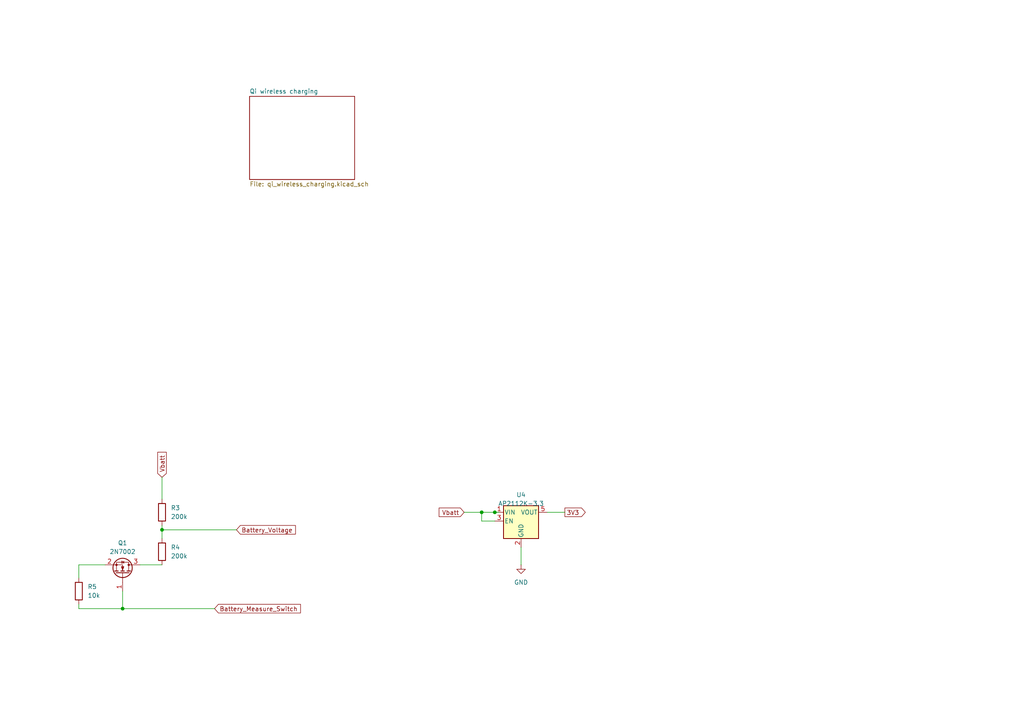
<source format=kicad_sch>
(kicad_sch (version 20250114) (generator "eeschema") (generator_version "9.0")
  (paper "A4")
  (lib_symbols
    (symbol "Device:R" (pin_numbers (hide yes)) (pin_names (offset 0))
      (property "Reference" "R" (at 2.032 0 90))
      (property "Value" "R" (at 0 0 90))
      (symbol "R_0_1"
        (rectangle (start -1.016 -2.54) (end 1.016 2.54) (stroke (width 0.254)))
      )
      (symbol "R_1_1"
        (pin passive line (at 0 3.81 270) (length 1.27) (name "~") (number "1"))
        (pin passive line (at 0 -3.81 90) (length 1.27) (name "~") (number "2"))
      )
    )
    (symbol "Regulator_Linear:AP2112K-3.3" (pin_names (offset 0.254))
      (property "Reference" "U" (at -5.08 5.715 0))
      (property "Value" "AP2112K-3.3" (at 0 5.715 0))
      (symbol "AP2112K-3.3_0_1"
        (rectangle (start -5.08 4.445) (end 5.08 -5.08) (stroke (width 0.254)) (fill (type background)))
      )
      (symbol "AP2112K-3.3_1_1"
        (pin power_in line (at -7.62 2.54 0) (length 2.54) (name "VIN") (number "1"))
        (pin input line (at -7.62 0 0) (length 2.54) (name "EN") (number "3"))
        (pin power_in line (at 0 -7.62 90) (length 2.54) (name "GND") (number "2"))
        (pin no_connect line (at 5.08 0 180) (length 2.54) (hide yes) (name "NC") (number "4"))
        (pin power_out line (at 7.62 2.54 180) (length 2.54) (name "VOUT") (number "5"))
      )
    )
    (symbol "Transistor_FET:2N7002" (pin_names (offset 0) (hide yes))
      (property "Reference" "Q" (at 5.08 1.905 0))
      (property "Value" "2N7002" (at 5.08 0 0))
      (symbol "2N7002_0_1"
        (polyline (pts (xy 0.254 1.905) (xy 0.254 -1.905)) (stroke (width 0.254)))
        (polyline (pts (xy 0.254 0) (xy -2.54 0)))
        (polyline (pts (xy 0.762 2.286) (xy 0.762 1.27)) (stroke (width 0.254)))
        (polyline (pts (xy 0.762 0.508) (xy 0.762 -0.508)) (stroke (width 0.254)))
        (polyline (pts (xy 0.762 -1.27) (xy 0.762 -2.286)) (stroke (width 0.254)))
        (polyline (pts (xy 0.762 -1.778) (xy 3.302 -1.778) (xy 3.302 1.778) (xy 0.762 1.778)))
        (polyline (pts (xy 1.016 0) (xy 2.032 0.381) (xy 2.032 -0.381) (xy 1.016 0)) (fill (type outline)))
        (circle (center 1.651 0) (radius 2.794) (stroke (width 0.254)))
        (polyline (pts (xy 2.54 2.54) (xy 2.54 1.778)))
        (circle (center 2.54 1.778) (radius 0.254) (fill (type outline)))
        (circle (center 2.54 -1.778) (radius 0.254) (fill (type outline)))
        (polyline (pts (xy 2.54 -2.54) (xy 2.54 0) (xy 0.762 0)))
        (polyline (pts (xy 2.921 0.381) (xy 3.683 0.381)))
        (polyline (pts (xy 3.302 0.381) (xy 2.921 -0.254) (xy 3.683 -0.254) (xy 3.302 0.381)))
      )
      (symbol "2N7002_1_1"
        (pin input line (at -5.08 0 0) (length 2.54) (name "G") (number "1"))
        (pin passive line (at 2.54 5.08 270) (length 2.54) (name "D") (number "3"))
        (pin passive line (at 2.54 -5.08 90) (length 2.54) (name "S") (number "2"))
      )
    )
    (symbol "power:GND" (power) (pin_numbers (hide yes)) (pin_names (offset 0) (hide yes))
      (property "Value" "GND" (at 0 -3.81 0))
      (symbol "GND_0_1"
        (polyline (pts (xy 0 0) (xy 0 -1.27) (xy 1.27 -1.27) (xy 0 -2.54) (xy -1.27 -1.27) (xy 0 -1.27)))
      )
      (symbol "GND_1_1"
        (pin power_in line (at 0 0 270) (length 0) (name "~") (number "1"))
      )
    )
  )
  (junction (at 139.7 148.59))
  (junction (at 35.56 176.53))
  (junction (at 46.99 153.67))
  (junction (at 143.51 148.59))
  (wire (pts (xy 35.56 176.53) (xy 62.23 176.53)))
  (wire (pts (xy 139.7 151.13) (xy 139.7 148.59)))
  (wire (pts (xy 22.86 163.83) (xy 22.86 167.64)))
  (wire (pts (xy 143.51 151.13) (xy 139.7 151.13)))
  (wire (pts (xy 22.86 176.53) (xy 35.56 176.53)))
  (wire (pts (xy 143.51 148.59) (xy 144.78 148.59)))
  (wire (pts (xy 40.64 163.83) (xy 46.99 163.83)))
  (wire (pts (xy 35.56 171.45) (xy 35.56 176.53)))
  (wire (pts (xy 139.7 148.59) (xy 143.51 148.59)))
  (wire (pts (xy 46.99 138.43) (xy 46.99 144.78)))
  (wire (pts (xy 151.13 158.75) (xy 151.13 163.83)))
  (wire (pts (xy 22.86 163.83) (xy 30.48 163.83)))
  (wire (pts (xy 158.75 148.59) (xy 163.83 148.59)))
  (wire (pts (xy 134.62 148.59) (xy 139.7 148.59)))
  (wire (pts (xy 46.99 153.67) (xy 68.58 153.67)))
  (wire (pts (xy 46.99 153.67) (xy 46.99 156.21)))
  (wire (pts (xy 22.86 175.26) (xy 22.86 176.53)))
  (wire (pts (xy 46.99 152.4) (xy 46.99 153.67)))
  (global_label "Battery_Voltage" (shape input) (at 68.58 153.67 0) (property "Intersheetrefs" "${INTERSHEET_REFS}" (effects (hide yes))))
  (global_label "Vbatt" (shape input) (at 134.62 148.59 180) (property "Intersheetrefs" "${INTERSHEET_REFS}" (effects (hide yes))))
  (global_label "Battery_Measure_Switch" (shape input) (at 62.23 176.53 0) (property "Intersheetrefs" "${INTERSHEET_REFS}" (effects (hide yes))))
  (global_label "3V3" (shape output) (at 163.83 148.59 0) (property "Intersheetrefs" "${INTERSHEET_REFS}" (effects (hide yes))))
  (global_label "Vbatt" (shape input) (at 46.99 138.43 90) (property "Intersheetrefs" "${INTERSHEET_REFS}" (effects (hide yes))))
  (symbol (lib_id "Transistor_FET:2N7002") (at 35.56 166.37 270) (mirror x) (unit 1)
    (property "Reference" "Q1" (at 35.56 157.48 90))
    (property "Value" "2N7002" (at 35.56 160.02 90))
    (property "Footprint" "Package_TO_SOT_SMD:SOT-23" (effects (hide yes)))
    (property "Datasheet" "https://www.onsemi.com/pub/Collateral/NDS7002A-D.PDF" (effects (hide yes)))
    (property "Description" "0.115A Id, 60V Vds, N-Channel MOSFET, SOT-23" (effects (hide yes)))
  )
  (symbol (lib_id "Device:R") (at 46.99 148.59 0) (unit 1)
    (property "Reference" "R3" (at 49.53 147.3199 0) (effects (justify left)))
    (property "Value" "200k" (at 49.53 149.8599 0) (effects (justify left)))
    (property "Description" "Resistor" (effects (hide yes)))
  )
  (symbol (lib_id "Device:R") (at 22.86 171.45 0) (unit 1)
    (property "Reference" "R5" (at 25.4 170.1799 0) (effects (justify left)))
    (property "Value" "10k" (at 25.4 172.7199 0) (effects (justify left)))
    (property "Description" "Resistor" (effects (hide yes)))
  )
  (symbol (lib_id "Device:R") (at 46.99 160.02 0) (unit 1)
    (property "Reference" "R4" (at 49.53 158.7499 0) (effects (justify left)))
    (property "Value" "200k" (at 49.53 161.2899 0) (effects (justify left)))
    (property "Description" "Resistor" (effects (hide yes)))
  )
  (symbol (lib_id "Regulator_Linear:AP2112K-3.3") (at 151.13 151.13 0) (unit 1)
    (property "Reference" "U4" (at 151.13 143.51 0))
    (property "Value" "AP2112K-3.3" (at 151.13 146.05 0))
    (property "Footprint" "Package_TO_SOT_SMD:SOT-23-5" (effects (hide yes)))
    (property "Datasheet" "https://www.diodes.com/assets/Datasheets/AP2112.pdf" (effects (hide yes)))
    (property "Description" "600mA low dropout linear regulator, with enable pin, 3.8V-6V input voltage range, 3.3V fixed positive output, SOT-23-5" (effects (hide yes)))
  )
  (symbol (lib_id "power:GND") (at 151.13 163.83 0) (unit 1)
    (property "Reference" "#PWR05" (effects (hide yes)))
    (property "Value" "GND" (at 151.13 168.91 0))
    (property "Description" "Power symbol creates a global label with name \"GND\" , ground" (effects (hide yes)))
  )
  (sheet (at 72.39 27.94) (size 30.48 24.13) (stroke (width 0.1524))
    (property "Sheetname" "Qi wireless charging" (at 72.39 27.2284 0) (effects (justify left bottom)))
    (property "Sheetfile" "qi_wireless_charging.kicad_sch" (at 72.39 52.6546 0) (effects (justify left top)))
  )
)
</source>
